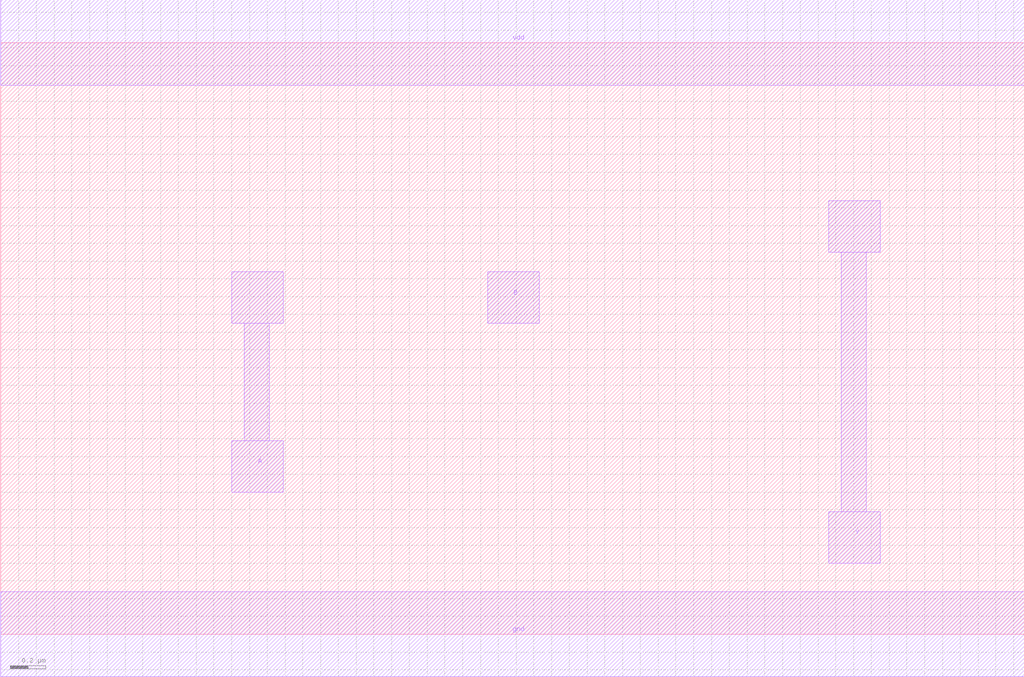
<source format=lef>
VERSION 5.7 ;
  NOWIREEXTENSIONATPIN ON ;
  DIVIDERCHAR "/" ;
  BUSBITCHARS "[]" ;
MACRO OR2X1
  CLASS CORE ;
  FOREIGN OR2X1 ;
  ORIGIN 0.000 0.000 ;
  SIZE 5.760 BY 3.330 ;
  SYMMETRY X Y R90 ;
  SITE unit ;
  PIN vdd
    DIRECTION INOUT ;
    USE POWER ;
    SHAPE ABUTMENT ;
    PORT
      LAYER met1 ;
        RECT 0.000 3.090 5.760 3.570 ;
    END
  END vdd
  PIN gnd
    DIRECTION INOUT ;
    USE GROUND ;
    SHAPE ABUTMENT ;
    PORT
      LAYER met1 ;
        RECT 0.000 -0.240 5.760 0.240 ;
    END
  END gnd
  PIN Y
    DIRECTION INOUT ;
    USE SIGNAL ;
    SHAPE ABUTMENT ;
    PORT
      LAYER met1 ;
        RECT 4.660 2.150 4.950 2.440 ;
        RECT 4.730 0.690 4.870 2.150 ;
        RECT 4.660 0.400 4.950 0.690 ;
    END
  END Y
  PIN B
    DIRECTION INOUT ;
    USE SIGNAL ;
    SHAPE ABUTMENT ;
    PORT
      LAYER met1 ;
        RECT 2.740 1.750 3.030 2.040 ;
    END
  END B
  PIN A
    DIRECTION INOUT ;
    USE SIGNAL ;
    SHAPE ABUTMENT ;
    PORT
      LAYER met1 ;
        RECT 1.300 1.750 1.590 2.040 ;
        RECT 1.370 1.090 1.510 1.750 ;
        RECT 1.300 0.800 1.590 1.090 ;
    END
  END A
END OR2X1
END LIBRARY


</source>
